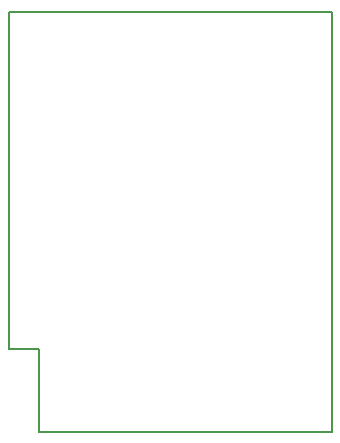
<source format=gbr>
G04 #@! TF.GenerationSoftware,KiCad,Pcbnew,(5.0.1-3-g963ef8bb5)*
G04 #@! TF.CreationDate,2019-09-08T21:06:08+10:00*
G04 #@! TF.ProjectId,d1_mosfet_hat,64315F6D6F736665745F6861742E6B69,rev?*
G04 #@! TF.SameCoordinates,Original*
G04 #@! TF.FileFunction,Profile,NP*
%FSLAX46Y46*%
G04 Gerber Fmt 4.6, Leading zero omitted, Abs format (unit mm)*
G04 Created by KiCad (PCBNEW (5.0.1-3-g963ef8bb5)) date Sunday, 08 September 2019 at 09:06:08 pm*
%MOMM*%
%LPD*%
G01*
G04 APERTURE LIST*
%ADD10C,0.150000*%
G04 APERTURE END LIST*
D10*
X126365000Y-128270000D02*
X151130000Y-128270000D01*
X126365000Y-121285000D02*
X126365000Y-128270000D01*
X123825000Y-121285000D02*
X126365000Y-121285000D01*
X123825000Y-92710000D02*
X123825000Y-121285000D01*
X151130000Y-92710000D02*
X123825000Y-92710000D01*
X151130000Y-128270000D02*
X151130000Y-92710000D01*
M02*

</source>
